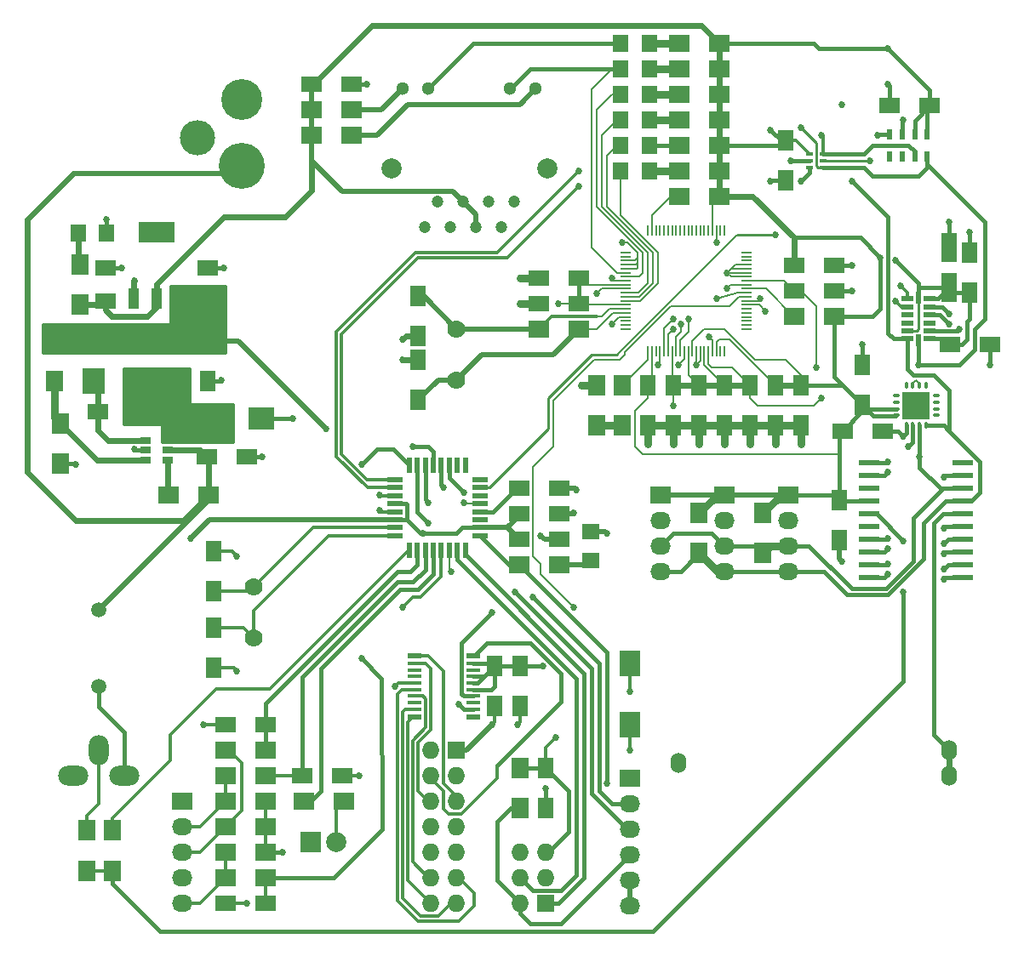
<source format=gtl>
G04 #@! TF.FileFunction,Copper,L1,Top,Signal*
%FSLAX46Y46*%
G04 Gerber Fmt 4.6, Leading zero omitted, Abs format (unit mm)*
G04 Created by KiCad (PCBNEW 4.0.2-stable) date 5/28/2016 11:57:46 PM*
%MOMM*%
G01*
G04 APERTURE LIST*
%ADD10C,0.127000*%
%ADD11R,0.230000X1.000000*%
%ADD12R,1.000000X0.230000*%
%ADD13R,0.600000X1.100000*%
%ADD14O,1.998980X2.999740*%
%ADD15O,2.999740X1.998980*%
%ADD16R,2.000000X2.000000*%
%ADD17C,2.000000*%
%ADD18O,1.524000X2.032000*%
%ADD19R,1.600000X2.000000*%
%ADD20R,2.032000X1.524000*%
%ADD21R,2.032000X1.727200*%
%ADD22O,2.032000X1.727200*%
%ADD23R,1.727200X1.727200*%
%ADD24O,1.727200X1.727200*%
%ADD25R,1.700000X2.000000*%
%ADD26R,2.000000X1.700000*%
%ADD27R,3.657600X2.032000*%
%ADD28R,1.016000X2.032000*%
%ADD29R,2.000000X0.600000*%
%ADD30R,1.350000X0.600000*%
%ADD31R,1.350000X0.400000*%
%ADD32C,1.500000*%
%ADD33R,2.000000X1.600000*%
%ADD34R,1.501140X2.999740*%
%ADD35R,6.300000X2.200000*%
%ADD36O,0.350000X0.800000*%
%ADD37O,0.800000X0.350000*%
%ADD38R,1.350000X1.350000*%
%ADD39R,0.550000X1.145000*%
%ADD40R,1.145000X0.550000*%
%ADD41R,1.060000X0.650000*%
%ADD42R,1.800860X1.597660*%
%ADD43R,1.597660X1.800860*%
%ADD44R,1.600000X0.550000*%
%ADD45R,0.550000X1.600000*%
%ADD46R,2.000000X2.500000*%
%ADD47C,1.778000*%
%ADD48C,1.200000*%
%ADD49C,1.300000*%
%ADD50R,0.800000X0.400000*%
%ADD51R,2.301240X2.499360*%
%ADD52R,2.499360X2.301240*%
%ADD53O,4.572000X4.572000*%
%ADD54O,4.064000X4.064000*%
%ADD55O,3.500120X3.500120*%
%ADD56C,0.685800*%
%ADD57C,0.600000*%
%ADD58C,0.400000*%
%ADD59C,0.200000*%
%ADD60C,0.500000*%
%ADD61C,0.300000*%
%ADD62C,0.800000*%
%ADD63C,0.250000*%
%ADD64C,0.254000*%
G04 APERTURE END LIST*
D10*
D11*
X104150000Y-113950000D03*
X104550000Y-113950000D03*
X104950000Y-113950000D03*
X105350000Y-113950000D03*
X105750000Y-113950000D03*
X106150000Y-113950000D03*
X106550000Y-113950000D03*
X106950000Y-113950000D03*
X107350000Y-113950000D03*
X107750000Y-113950000D03*
X108150000Y-113950000D03*
X108550000Y-113950000D03*
X108950000Y-113950000D03*
X109350000Y-113950000D03*
X109750000Y-113950000D03*
X110150000Y-113950000D03*
X110550000Y-113950000D03*
X110950000Y-113950000D03*
X111350000Y-113950000D03*
X111750000Y-113950000D03*
D12*
X113950000Y-111750000D03*
X113950000Y-111350000D03*
X113950000Y-110950000D03*
X113950000Y-110550000D03*
X113950000Y-110150000D03*
X113950000Y-109750000D03*
X113950000Y-109350000D03*
X113950000Y-108950000D03*
X113950000Y-108550000D03*
X113950000Y-108150000D03*
X113950000Y-107750000D03*
X113950000Y-107350000D03*
X113950000Y-106950000D03*
X113950000Y-106550000D03*
X113950000Y-106150000D03*
X113950000Y-105750000D03*
X113950000Y-105350000D03*
X113950000Y-104950000D03*
X113950000Y-104550000D03*
X113950000Y-104150000D03*
D11*
X111750000Y-101950000D03*
X111350000Y-101950000D03*
X110950000Y-101950000D03*
X110550000Y-101950000D03*
X110150000Y-101950000D03*
X109750000Y-101950000D03*
X109350000Y-101950000D03*
X108950000Y-101950000D03*
X108550000Y-101950000D03*
X108150000Y-101950000D03*
X107750000Y-101950000D03*
X107350000Y-101950000D03*
X106950000Y-101950000D03*
X106550000Y-101950000D03*
X106150000Y-101950000D03*
X105750000Y-101950000D03*
X105350000Y-101950000D03*
X104950000Y-101950000D03*
X104550000Y-101950000D03*
X104150000Y-101950000D03*
D12*
X101950000Y-104150000D03*
X101950000Y-104550000D03*
X101950000Y-104950000D03*
X101950000Y-105350000D03*
X101950000Y-105750000D03*
X101950000Y-106150000D03*
X101950000Y-106550000D03*
X101950000Y-106950000D03*
X101950000Y-107350000D03*
X101950000Y-107750000D03*
X101950000Y-108150000D03*
X101950000Y-108550000D03*
X101950000Y-108950000D03*
X101950000Y-109350000D03*
X101950000Y-109750000D03*
X101950000Y-110150000D03*
X101950000Y-110550000D03*
X101950000Y-110950000D03*
X101950000Y-111350000D03*
X101950000Y-111750000D03*
D13*
X131923000Y-94572000D03*
X131923000Y-92372000D03*
X130673000Y-94572000D03*
X130673000Y-92372000D03*
X129423000Y-94572000D03*
X129423000Y-92372000D03*
X128173000Y-94572000D03*
X128173000Y-92372000D03*
D14*
X49530000Y-153670000D03*
D15*
X46990000Y-156210000D03*
X52070000Y-156210000D03*
D16*
X70612000Y-162814000D03*
D17*
X73152000Y-162814000D03*
D18*
X134099300Y-153670000D03*
X107200700Y-154940000D03*
X134099300Y-156210000D03*
D19*
X123190000Y-128810000D03*
X123190000Y-132810000D03*
D20*
X60325000Y-108966000D03*
X60325000Y-105664000D03*
X50165000Y-108966000D03*
X50165000Y-105664000D03*
D19*
X91440000Y-149320000D03*
X91440000Y-145320000D03*
X88900000Y-149320000D03*
X88900000Y-145320000D03*
D21*
X118110000Y-128270000D03*
D22*
X118110000Y-130810000D03*
X118110000Y-133350000D03*
X118110000Y-135890000D03*
D21*
X105410000Y-128270000D03*
D22*
X105410000Y-130810000D03*
X105410000Y-133350000D03*
X105410000Y-135890000D03*
D21*
X111760000Y-128270000D03*
D22*
X111760000Y-130810000D03*
X111760000Y-133350000D03*
X111760000Y-135890000D03*
D23*
X85090000Y-153670000D03*
D24*
X82550000Y-153670000D03*
X85090000Y-156210000D03*
X82550000Y-156210000D03*
X85090000Y-158750000D03*
X82550000Y-158750000D03*
X85090000Y-161290000D03*
X82550000Y-161290000D03*
X85090000Y-163830000D03*
X82550000Y-163830000D03*
X85090000Y-166370000D03*
X82550000Y-166370000D03*
X85090000Y-168910000D03*
X82550000Y-168910000D03*
D25*
X50880000Y-161670000D03*
X50880000Y-165670000D03*
D26*
X69882000Y-158750000D03*
X73882000Y-158750000D03*
D25*
X48340000Y-161670000D03*
X48340000Y-165670000D03*
D27*
X55245000Y-102108000D03*
D28*
X55245000Y-108712000D03*
X57531000Y-108712000D03*
X52959000Y-108712000D03*
D29*
X135460000Y-125095000D03*
X126160000Y-125095000D03*
X135460000Y-126365000D03*
X126160000Y-126365000D03*
X135460000Y-127635000D03*
X126160000Y-127635000D03*
X135460000Y-128905000D03*
X126160000Y-128905000D03*
X135460000Y-130175000D03*
X126160000Y-130175000D03*
X135460000Y-131445000D03*
X126160000Y-131445000D03*
X135460000Y-132715000D03*
X126160000Y-132715000D03*
X135460000Y-133985000D03*
X126160000Y-133985000D03*
X135460000Y-135255000D03*
X126160000Y-135255000D03*
X135460000Y-136525000D03*
X126160000Y-136525000D03*
D30*
X80895000Y-150345000D03*
X86745000Y-150345000D03*
D31*
X80895000Y-149595000D03*
X86745000Y-149595000D03*
X80895000Y-148945000D03*
X86745000Y-148945000D03*
X80895000Y-148295000D03*
X86745000Y-148295000D03*
X80895000Y-147645000D03*
X86745000Y-147645000D03*
X80895000Y-146995000D03*
X86745000Y-146995000D03*
X80895000Y-146345000D03*
X86745000Y-146345000D03*
X80895000Y-145695000D03*
X86745000Y-145695000D03*
X80895000Y-145045000D03*
X86745000Y-145045000D03*
D30*
X80895000Y-144295000D03*
X86745000Y-144295000D03*
D32*
X49530000Y-147310000D03*
X49530000Y-139710000D03*
D26*
X62135000Y-153670000D03*
X66135000Y-153670000D03*
D33*
X123476000Y-121920000D03*
X127476000Y-121920000D03*
D34*
X134112000Y-103665020D03*
X134112000Y-107662980D03*
D33*
X134144000Y-113284000D03*
X138144000Y-113284000D03*
X91345000Y-130175000D03*
X95345000Y-130175000D03*
D19*
X136144000Y-108172000D03*
X136144000Y-104172000D03*
D33*
X91345000Y-132715000D03*
X95345000Y-132715000D03*
X91345000Y-127635000D03*
X95345000Y-127635000D03*
D19*
X125476000Y-115348000D03*
X125476000Y-119348000D03*
X60960000Y-133890000D03*
X60960000Y-137890000D03*
X60960000Y-145510000D03*
X60960000Y-141510000D03*
X93980000Y-159480000D03*
X93980000Y-155480000D03*
D33*
X60230000Y-124460000D03*
X64230000Y-124460000D03*
X49435000Y-120015000D03*
X53435000Y-120015000D03*
D19*
X60325000Y-112935000D03*
X60325000Y-116935000D03*
D33*
X132175000Y-89535000D03*
X128175000Y-89535000D03*
D35*
X55245000Y-116985000D03*
X55245000Y-112885000D03*
D26*
X91345000Y-135255000D03*
X95345000Y-135255000D03*
D25*
X91440000Y-159480000D03*
X91440000Y-155480000D03*
D26*
X60420000Y-128270000D03*
X56420000Y-128270000D03*
D25*
X45720000Y-121190000D03*
X45720000Y-125190000D03*
X47625000Y-109315000D03*
X47625000Y-105315000D03*
X45085000Y-112935000D03*
X45085000Y-116935000D03*
D36*
X129835000Y-121380000D03*
X130485000Y-121380000D03*
X131135000Y-121380000D03*
X131785000Y-121380000D03*
D37*
X132810000Y-120355000D03*
X132810000Y-119705000D03*
X132810000Y-119055000D03*
X132810000Y-118405000D03*
D36*
X131785000Y-117380000D03*
X131135000Y-117380000D03*
X130485000Y-117380000D03*
X129835000Y-117380000D03*
D37*
X128810000Y-118405000D03*
X128810000Y-119055000D03*
X128810000Y-119705000D03*
X128810000Y-120355000D03*
D38*
X131485000Y-118705000D03*
X130135000Y-118705000D03*
X131485000Y-120055000D03*
X130135000Y-120055000D03*
D39*
X131064000Y-112841500D03*
X131064000Y-108646500D03*
D40*
X129966500Y-112744000D03*
X132161500Y-112744000D03*
X129966500Y-111944000D03*
X132161500Y-111944000D03*
X129966500Y-111144000D03*
X132161500Y-111144000D03*
X129966500Y-110344000D03*
X132161500Y-110344000D03*
X129966500Y-109544000D03*
X132161500Y-109544000D03*
X129966500Y-108744000D03*
X132161500Y-108744000D03*
D41*
X54145000Y-122875000D03*
X54145000Y-123825000D03*
X54145000Y-124775000D03*
X56345000Y-124775000D03*
X56345000Y-122875000D03*
X56345000Y-123825000D03*
D42*
X98425000Y-134769860D03*
X98425000Y-131930140D03*
D43*
X47475140Y-102235000D03*
X50314860Y-102235000D03*
D44*
X78935000Y-126740000D03*
X78935000Y-127540000D03*
X78935000Y-128340000D03*
X78935000Y-129140000D03*
X78935000Y-129940000D03*
X78935000Y-130740000D03*
X78935000Y-131540000D03*
X78935000Y-132340000D03*
D45*
X80385000Y-133790000D03*
X81185000Y-133790000D03*
X81985000Y-133790000D03*
X82785000Y-133790000D03*
X83585000Y-133790000D03*
X84385000Y-133790000D03*
X85185000Y-133790000D03*
X85985000Y-133790000D03*
D44*
X87435000Y-132340000D03*
X87435000Y-131540000D03*
X87435000Y-130740000D03*
X87435000Y-129940000D03*
X87435000Y-129140000D03*
X87435000Y-128340000D03*
X87435000Y-127540000D03*
X87435000Y-126740000D03*
D45*
X85985000Y-125290000D03*
X85185000Y-125290000D03*
X84385000Y-125290000D03*
X83585000Y-125290000D03*
X82785000Y-125290000D03*
X81985000Y-125290000D03*
X81185000Y-125290000D03*
X80385000Y-125290000D03*
D46*
X102362000Y-145007000D03*
X102362000Y-151157000D03*
D47*
X64920000Y-137460000D03*
X64920000Y-142540000D03*
D21*
X102362000Y-156464000D03*
D22*
X102362000Y-159004000D03*
X102362000Y-161544000D03*
X102362000Y-164084000D03*
X102362000Y-166624000D03*
X102362000Y-169164000D03*
D33*
X66135000Y-151130000D03*
X62135000Y-151130000D03*
X69755000Y-156210000D03*
X73755000Y-156210000D03*
X66135000Y-168910000D03*
X62135000Y-168910000D03*
D26*
X62135000Y-161290000D03*
X66135000Y-161290000D03*
X62135000Y-158750000D03*
X66135000Y-158750000D03*
X62135000Y-156210000D03*
X66135000Y-156210000D03*
X62135000Y-163830000D03*
X66135000Y-163830000D03*
X62135000Y-166370000D03*
X66135000Y-166370000D03*
D21*
X57785000Y-158750000D03*
D22*
X57785000Y-161290000D03*
X57785000Y-163830000D03*
X57785000Y-166370000D03*
X57785000Y-168910000D03*
D19*
X81280000Y-108490000D03*
X81280000Y-112490000D03*
X81280000Y-118840000D03*
X81280000Y-114840000D03*
X114300000Y-117380000D03*
X114300000Y-121380000D03*
X111760000Y-117380000D03*
X111760000Y-121380000D03*
X109220000Y-117380000D03*
X109220000Y-121380000D03*
D33*
X70644000Y-87376000D03*
X74644000Y-87376000D03*
X118650000Y-107950000D03*
X122650000Y-107950000D03*
X97250000Y-106680000D03*
X93250000Y-106680000D03*
D19*
X106680000Y-117380000D03*
X106680000Y-121380000D03*
D33*
X97250000Y-109220000D03*
X93250000Y-109220000D03*
D19*
X116840000Y-117380000D03*
X116840000Y-121380000D03*
X104140000Y-117380000D03*
X104140000Y-121380000D03*
X119380000Y-117380000D03*
X119380000Y-121380000D03*
D33*
X118650000Y-105410000D03*
X122650000Y-105410000D03*
D43*
X104289860Y-96012000D03*
X101450140Y-96012000D03*
X104289860Y-93472000D03*
X101450140Y-93472000D03*
X104289860Y-90932000D03*
X101450140Y-90932000D03*
X104289860Y-83312000D03*
X101450140Y-83312000D03*
X104289860Y-88392000D03*
X101450140Y-88392000D03*
X104289860Y-85852000D03*
X101450140Y-85852000D03*
D17*
X94105000Y-95760000D03*
X78615000Y-95760000D03*
D48*
X86995000Y-101600000D03*
X84455000Y-101600000D03*
X81915000Y-101600000D03*
X89535000Y-101600000D03*
X90805000Y-99060000D03*
X88265000Y-99060000D03*
X85725000Y-99060000D03*
X83185000Y-99060000D03*
D49*
X79735000Y-87810000D03*
X82275000Y-87810000D03*
X92985000Y-87810000D03*
X90445000Y-87810000D03*
D23*
X93980000Y-168910000D03*
D24*
X91440000Y-168910000D03*
X93980000Y-166370000D03*
X91440000Y-166370000D03*
X93980000Y-163830000D03*
X91440000Y-163830000D03*
D25*
X101600000Y-121380000D03*
X101600000Y-117380000D03*
D26*
X111220000Y-98552000D03*
X107220000Y-98552000D03*
X122650000Y-110490000D03*
X118650000Y-110490000D03*
X93250000Y-111760000D03*
X97250000Y-111760000D03*
D25*
X99060000Y-117380000D03*
X99060000Y-121380000D03*
D26*
X107220000Y-96012000D03*
X111220000Y-96012000D03*
X107220000Y-93472000D03*
X111220000Y-93472000D03*
X107220000Y-90932000D03*
X111220000Y-90932000D03*
X107220000Y-83312000D03*
X111220000Y-83312000D03*
X107220000Y-88392000D03*
X111220000Y-88392000D03*
X107220000Y-85852000D03*
X111220000Y-85852000D03*
X74644000Y-89916000D03*
X70644000Y-89916000D03*
X74644000Y-92456000D03*
X70644000Y-92456000D03*
D25*
X109220000Y-130080000D03*
X109220000Y-134080000D03*
X115570000Y-130080000D03*
X115570000Y-134080000D03*
D47*
X85090000Y-111760000D03*
X85090000Y-116840000D03*
D19*
X117856000Y-92996000D03*
X117856000Y-96996000D03*
D50*
X121604000Y-94346000D03*
X120204000Y-94346000D03*
X121604000Y-94996000D03*
X120204000Y-94996000D03*
X121604000Y-95646000D03*
X120204000Y-95646000D03*
D51*
X49022000Y-116956840D03*
X49022000Y-112659160D03*
D52*
X61351160Y-120650000D03*
X65648840Y-120650000D03*
D53*
X63754000Y-95504000D03*
D54*
X63754000Y-88900000D03*
D55*
X59309000Y-92710000D03*
D56*
X101600000Y-103124000D03*
X88646000Y-151130000D03*
X53086000Y-106934000D03*
X102362000Y-147828000D03*
X85852000Y-129032000D03*
X123444000Y-134874000D03*
X110236000Y-112522000D03*
X108966000Y-115316000D03*
X107188000Y-115316000D03*
X124460000Y-107950000D03*
X124460000Y-105410000D03*
X61722000Y-116840000D03*
X53086000Y-123698000D03*
X47244000Y-125222000D03*
X50292000Y-100838000D03*
X51816000Y-105664000D03*
X61976000Y-105664000D03*
X68834000Y-120650000D03*
X65786000Y-124460000D03*
X105156000Y-115316000D03*
X77470000Y-129794000D03*
X77470000Y-128270000D03*
X100076000Y-132080000D03*
X93472000Y-132334000D03*
X96774000Y-130048000D03*
X97028000Y-127762000D03*
X63246000Y-134366000D03*
X63246000Y-145796000D03*
X59944000Y-151130000D03*
X64262000Y-168910000D03*
X75438000Y-156210000D03*
X91186000Y-151130000D03*
X78994000Y-147320000D03*
X100584000Y-111252000D03*
X100584000Y-106680000D03*
X112014000Y-107696000D03*
X112014000Y-106172000D03*
X110998000Y-103124000D03*
X76200000Y-87376000D03*
X79756000Y-112776000D03*
X79756000Y-114808000D03*
X129540000Y-90932000D03*
X127000000Y-92456000D03*
X118364000Y-94996000D03*
X116332000Y-97028000D03*
X119380000Y-97028000D03*
X128016000Y-87376000D03*
X135128000Y-111760000D03*
X134112000Y-111252000D03*
X134112000Y-110236000D03*
X138176000Y-115316000D03*
X136144000Y-102108000D03*
X134112000Y-101092000D03*
X125476000Y-113284000D03*
X129540000Y-122428000D03*
X130048000Y-123444000D03*
X133604000Y-126492000D03*
X133604000Y-131572000D03*
X133604000Y-133096000D03*
X133604000Y-134112000D03*
X133604000Y-135636000D03*
X133604000Y-136652000D03*
X128016000Y-136144000D03*
X128016000Y-135128000D03*
X128016000Y-133604000D03*
X128016000Y-132588000D03*
X128016000Y-125984000D03*
X128016000Y-124968000D03*
X123444000Y-89408000D03*
X97536000Y-117348000D03*
X91440000Y-109220000D03*
X91440000Y-106680000D03*
X104140000Y-123190000D03*
X106680000Y-123190000D03*
X109220000Y-123190000D03*
X111760000Y-123190000D03*
X114300000Y-123190000D03*
X116840000Y-123190000D03*
X119380000Y-123190000D03*
X81788000Y-132080000D03*
X58674000Y-132588000D03*
X127254000Y-104648000D03*
X128778000Y-104902000D03*
X67818000Y-163830000D03*
X93726000Y-145288000D03*
X128016000Y-83820000D03*
X116332000Y-91948000D03*
X72136000Y-121666000D03*
X85344000Y-149098000D03*
X119380000Y-91694000D03*
X131135000Y-124460000D03*
X131064000Y-115316000D03*
X105410000Y-133350000D03*
X83820000Y-127508000D03*
X88646000Y-139954000D03*
X124460000Y-97028000D03*
X85852000Y-128016000D03*
X121412000Y-92456000D03*
X129540000Y-132842000D03*
X129540000Y-137922000D03*
X97282000Y-97536000D03*
X128778000Y-108966000D03*
X75692000Y-125222000D03*
X75692000Y-144526000D03*
X110998000Y-108712000D03*
X100076000Y-156972000D03*
X97282000Y-96012000D03*
X129286000Y-107442000D03*
X90932000Y-137922000D03*
X82296000Y-129032000D03*
X82296000Y-131064000D03*
X92710000Y-138430000D03*
X93980000Y-157480000D03*
X96774000Y-139446000D03*
X84582000Y-135890000D03*
X115316000Y-108712000D03*
X115824000Y-109982000D03*
X102362000Y-153670000D03*
X94996000Y-152400000D03*
X80772000Y-123444000D03*
X121412000Y-118618000D03*
X120904000Y-115570000D03*
X95250000Y-109220000D03*
X106680000Y-119380000D03*
X99060000Y-108204000D03*
X106680000Y-111760000D03*
X108204000Y-110744000D03*
X107442000Y-111252000D03*
X106680000Y-110744000D03*
X79756000Y-139446000D03*
X126238000Y-94996000D03*
X116840000Y-102362000D03*
D57*
X134099300Y-156210000D02*
X134099300Y-153670000D01*
D58*
X135460000Y-130175000D02*
X133477000Y-130175000D01*
X132588000Y-152158700D02*
X134099300Y-153670000D01*
X132588000Y-131064000D02*
X132588000Y-152158700D01*
X133477000Y-130175000D02*
X132588000Y-131064000D01*
D59*
X101950000Y-105750000D02*
X103038000Y-105750000D01*
X103124000Y-105664000D02*
X103124000Y-105156000D01*
X103038000Y-105750000D02*
X103124000Y-105664000D01*
X101950000Y-105350000D02*
X102930000Y-105350000D01*
X103124000Y-105156000D02*
X103124000Y-104648000D01*
X102930000Y-105350000D02*
X103124000Y-105156000D01*
X101950000Y-104950000D02*
X102822000Y-104950000D01*
X102108000Y-103124000D02*
X101600000Y-103124000D01*
X103124000Y-104140000D02*
X102108000Y-103124000D01*
X103124000Y-104648000D02*
X103124000Y-104140000D01*
X102822000Y-104950000D02*
X103124000Y-104648000D01*
D60*
X85090000Y-153670000D02*
X86106000Y-153670000D01*
D61*
X88900000Y-150876000D02*
X88646000Y-151130000D01*
X88900000Y-150876000D02*
X88900000Y-149320000D01*
D60*
X86106000Y-153670000D02*
X88646000Y-151130000D01*
X102362000Y-166624000D02*
X102362000Y-169164000D01*
D57*
X52959000Y-108712000D02*
X52959000Y-107061000D01*
X52959000Y-107061000D02*
X53086000Y-106934000D01*
D61*
X102362000Y-145007000D02*
X102362000Y-147828000D01*
D59*
X87435000Y-129140000D02*
X85960000Y-129140000D01*
X85960000Y-129140000D02*
X85852000Y-129032000D01*
D60*
X123190000Y-132810000D02*
X123190000Y-134620000D01*
X123190000Y-134620000D02*
X123444000Y-134874000D01*
D59*
X110550000Y-113950000D02*
X110550000Y-112836000D01*
X110550000Y-112836000D02*
X110236000Y-112522000D01*
X109350000Y-113950000D02*
X109350000Y-114932000D01*
X108950000Y-115300000D02*
X108966000Y-115316000D01*
X108950000Y-115300000D02*
X108950000Y-113950000D01*
X109350000Y-114932000D02*
X108966000Y-115316000D01*
X107750000Y-113950000D02*
X107750000Y-114754000D01*
X107750000Y-114754000D02*
X107188000Y-115316000D01*
D58*
X122650000Y-107950000D02*
X124460000Y-107950000D01*
X122650000Y-105410000D02*
X124460000Y-105410000D01*
X60325000Y-116935000D02*
X61627000Y-116935000D01*
X61627000Y-116935000D02*
X61722000Y-116840000D01*
X54145000Y-123825000D02*
X53213000Y-123825000D01*
X53213000Y-123825000D02*
X53086000Y-123698000D01*
X45720000Y-125190000D02*
X47212000Y-125190000D01*
X47212000Y-125190000D02*
X47244000Y-125222000D01*
X50314860Y-102235000D02*
X50314860Y-100860860D01*
X50314860Y-100860860D02*
X50292000Y-100838000D01*
X50165000Y-105664000D02*
X51816000Y-105664000D01*
X60325000Y-105664000D02*
X61976000Y-105664000D01*
X66400680Y-120650000D02*
X68834000Y-120650000D01*
X64230000Y-124460000D02*
X65786000Y-124460000D01*
D59*
X105350000Y-113950000D02*
X105350000Y-115122000D01*
X105350000Y-115122000D02*
X105156000Y-115316000D01*
D61*
X78935000Y-129940000D02*
X77616000Y-129940000D01*
X77616000Y-129940000D02*
X77470000Y-129794000D01*
X78935000Y-128340000D02*
X77540000Y-128340000D01*
X77540000Y-128340000D02*
X77470000Y-128270000D01*
D60*
X98425000Y-131930140D02*
X99926140Y-131930140D01*
X99926140Y-131930140D02*
X100076000Y-132080000D01*
X95345000Y-132715000D02*
X93853000Y-132715000D01*
X93853000Y-132715000D02*
X93472000Y-132334000D01*
X95345000Y-130175000D02*
X96647000Y-130175000D01*
X96647000Y-130175000D02*
X96774000Y-130048000D01*
X95345000Y-127635000D02*
X96901000Y-127635000D01*
X96901000Y-127635000D02*
X97028000Y-127762000D01*
D61*
X60960000Y-133890000D02*
X62770000Y-133890000D01*
X62770000Y-133890000D02*
X63246000Y-134366000D01*
X60960000Y-145510000D02*
X62960000Y-145510000D01*
X62960000Y-145510000D02*
X63246000Y-145796000D01*
X62135000Y-151130000D02*
X59944000Y-151130000D01*
X62135000Y-168910000D02*
X64262000Y-168910000D01*
X73755000Y-156210000D02*
X75438000Y-156210000D01*
X91440000Y-149320000D02*
X91440000Y-150876000D01*
X91440000Y-150876000D02*
X91186000Y-151130000D01*
X80895000Y-146995000D02*
X79319000Y-146995000D01*
X79319000Y-146995000D02*
X78994000Y-147320000D01*
D59*
X101950000Y-110550000D02*
X101286000Y-110550000D01*
X101286000Y-110550000D02*
X100584000Y-111252000D01*
X101950000Y-106950000D02*
X100854000Y-106950000D01*
X100854000Y-106950000D02*
X100584000Y-106680000D01*
X113950000Y-107350000D02*
X112360000Y-107350000D01*
X112360000Y-107350000D02*
X112014000Y-107696000D01*
X113950000Y-106550000D02*
X112392000Y-106550000D01*
X112392000Y-106550000D02*
X112014000Y-106172000D01*
X113950000Y-106150000D02*
X112036000Y-106150000D01*
X112036000Y-106150000D02*
X112014000Y-106172000D01*
X113950000Y-105750000D02*
X112436000Y-105750000D01*
X112836000Y-105350000D02*
X112014000Y-106172000D01*
X112836000Y-105350000D02*
X113950000Y-105350000D01*
X112436000Y-105750000D02*
X112014000Y-106172000D01*
X110950000Y-101950000D02*
X110950000Y-103076000D01*
X110950000Y-103076000D02*
X110998000Y-103124000D01*
D58*
X74644000Y-87376000D02*
X76200000Y-87376000D01*
D57*
X81280000Y-112490000D02*
X80042000Y-112490000D01*
X80042000Y-112490000D02*
X79756000Y-112776000D01*
X81280000Y-114840000D02*
X79788000Y-114840000D01*
X79788000Y-114840000D02*
X79756000Y-114808000D01*
D58*
X129423000Y-92372000D02*
X129423000Y-91049000D01*
X129423000Y-91049000D02*
X129540000Y-90932000D01*
X128173000Y-92372000D02*
X127084000Y-92372000D01*
X127084000Y-92372000D02*
X127000000Y-92456000D01*
X120204000Y-94996000D02*
X118364000Y-94996000D01*
X117856000Y-96996000D02*
X116364000Y-96996000D01*
X116364000Y-96996000D02*
X116332000Y-97028000D01*
X120204000Y-95646000D02*
X120204000Y-96204000D01*
X120204000Y-96204000D02*
X119380000Y-97028000D01*
X128175000Y-89535000D02*
X128175000Y-87535000D01*
X128175000Y-87535000D02*
X128016000Y-87376000D01*
X132161500Y-111944000D02*
X134944000Y-111944000D01*
X134944000Y-111944000D02*
X135128000Y-111760000D01*
X132161500Y-110344000D02*
X133204000Y-110344000D01*
X133204000Y-110344000D02*
X134112000Y-111252000D01*
X132161500Y-109544000D02*
X133420000Y-109544000D01*
X133420000Y-109544000D02*
X134112000Y-110236000D01*
X138144000Y-113284000D02*
X138176000Y-113316000D01*
X138176000Y-113316000D02*
X138176000Y-115316000D01*
X136144000Y-104172000D02*
X136144000Y-102108000D01*
X134112000Y-103665020D02*
X134112000Y-101092000D01*
X125476000Y-115348000D02*
X125476000Y-113284000D01*
X127476000Y-121920000D02*
X129032000Y-121920000D01*
X129835000Y-122133000D02*
X129540000Y-122428000D01*
X129835000Y-122133000D02*
X129835000Y-121380000D01*
X129032000Y-121920000D02*
X129540000Y-122428000D01*
X130485000Y-121380000D02*
X130485000Y-123007000D01*
X130485000Y-123007000D02*
X130048000Y-123444000D01*
X135460000Y-126365000D02*
X133731000Y-126365000D01*
X133731000Y-126365000D02*
X133604000Y-126492000D01*
X135460000Y-131445000D02*
X133731000Y-131445000D01*
X133731000Y-131445000D02*
X133604000Y-131572000D01*
X135460000Y-132715000D02*
X133985000Y-132715000D01*
X133985000Y-132715000D02*
X133604000Y-133096000D01*
X135460000Y-133985000D02*
X133731000Y-133985000D01*
X133731000Y-133985000D02*
X133604000Y-134112000D01*
X135460000Y-135255000D02*
X133985000Y-135255000D01*
X133985000Y-135255000D02*
X133604000Y-135636000D01*
X135460000Y-136525000D02*
X133731000Y-136525000D01*
X133731000Y-136525000D02*
X133604000Y-136652000D01*
X126160000Y-136525000D02*
X127635000Y-136525000D01*
X127635000Y-136525000D02*
X128016000Y-136144000D01*
X126160000Y-135255000D02*
X127889000Y-135255000D01*
X127889000Y-135255000D02*
X128016000Y-135128000D01*
X126160000Y-133985000D02*
X127635000Y-133985000D01*
X127635000Y-133985000D02*
X128016000Y-133604000D01*
X126160000Y-132715000D02*
X127889000Y-132715000D01*
X127889000Y-132715000D02*
X128016000Y-132588000D01*
X126160000Y-126365000D02*
X127635000Y-126365000D01*
X127635000Y-126365000D02*
X128016000Y-125984000D01*
X126160000Y-125095000D02*
X127889000Y-125095000D01*
X127889000Y-125095000D02*
X128016000Y-124968000D01*
D62*
X99060000Y-117380000D02*
X97568000Y-117380000D01*
X97568000Y-117380000D02*
X97536000Y-117348000D01*
X93250000Y-109220000D02*
X91440000Y-109220000D01*
X93250000Y-106680000D02*
X91440000Y-106680000D01*
X104140000Y-121380000D02*
X104140000Y-123190000D01*
X106680000Y-121380000D02*
X106680000Y-123190000D01*
X109220000Y-121380000D02*
X109220000Y-123190000D01*
X111760000Y-121380000D02*
X111760000Y-123190000D01*
X114300000Y-121380000D02*
X114300000Y-123190000D01*
X116840000Y-121380000D02*
X116840000Y-123190000D01*
X119380000Y-121380000D02*
X119380000Y-123190000D01*
X116840000Y-121380000D02*
X119380000Y-121380000D01*
X114300000Y-121380000D02*
X116840000Y-121380000D01*
X111760000Y-121380000D02*
X114300000Y-121380000D01*
X109220000Y-121380000D02*
X111760000Y-121380000D01*
X106680000Y-121380000D02*
X109220000Y-121380000D01*
X104140000Y-121380000D02*
X106680000Y-121380000D01*
D60*
X46990000Y-96266000D02*
X62992000Y-96266000D01*
X62992000Y-96266000D02*
X63754000Y-95504000D01*
D57*
X60420000Y-128270000D02*
X60420000Y-124650000D01*
X60420000Y-124650000D02*
X60230000Y-124460000D01*
X57880000Y-130810000D02*
X60420000Y-128270000D01*
X47244000Y-130810000D02*
X57880000Y-130810000D01*
X42418000Y-125984000D02*
X47244000Y-130810000D01*
X42418000Y-100838000D02*
X42418000Y-125984000D01*
X46990000Y-96266000D02*
X42418000Y-100838000D01*
X56345000Y-123825000D02*
X59595000Y-123825000D01*
X59595000Y-123825000D02*
X60230000Y-124460000D01*
D61*
X60420000Y-128270000D02*
X60420000Y-128820000D01*
D60*
X60420000Y-128820000D02*
X49530000Y-139710000D01*
X78935000Y-130740000D02*
X60522000Y-130740000D01*
X60522000Y-130740000D02*
X58674000Y-132588000D01*
D57*
X50165000Y-108966000D02*
X50165000Y-109855000D01*
X54356000Y-110490000D02*
X55245000Y-109601000D01*
X50800000Y-110490000D02*
X54356000Y-110490000D01*
X50165000Y-109855000D02*
X50800000Y-110490000D01*
X55245000Y-109601000D02*
X55245000Y-108712000D01*
X50165000Y-108966000D02*
X50165000Y-108839000D01*
X47625000Y-109315000D02*
X49816000Y-109315000D01*
X49816000Y-109315000D02*
X50165000Y-108966000D01*
D60*
X111760000Y-128270000D02*
X118110000Y-128270000D01*
X105410000Y-128270000D02*
X111760000Y-128270000D01*
D58*
X111220000Y-83312000D02*
X120650000Y-83312000D01*
X121158000Y-83820000D02*
X128016000Y-83820000D01*
X120650000Y-83312000D02*
X121158000Y-83820000D01*
D59*
X104140000Y-117380000D02*
X104140000Y-118618000D01*
X103632000Y-124206000D02*
X123190000Y-124206000D01*
X102870000Y-123444000D02*
X103632000Y-124206000D01*
X102870000Y-119888000D02*
X102870000Y-123444000D01*
X104140000Y-118618000D02*
X102870000Y-119888000D01*
D58*
X119380000Y-117380000D02*
X123508000Y-117380000D01*
X123508000Y-117380000D02*
X125476000Y-119348000D01*
X123190000Y-128810000D02*
X123190000Y-124206000D01*
X123190000Y-124206000D02*
X123190000Y-122206000D01*
X123190000Y-122206000D02*
X123476000Y-121920000D01*
X131064000Y-107696000D02*
X131064000Y-107188000D01*
X128778000Y-104902000D02*
X131064000Y-107188000D01*
X122650000Y-110490000D02*
X122650000Y-116522000D01*
X122650000Y-116522000D02*
X125476000Y-119348000D01*
X136144000Y-108172000D02*
X136144000Y-110744000D01*
X135382000Y-113284000D02*
X134144000Y-113284000D01*
X135890000Y-112776000D02*
X135382000Y-113284000D01*
X135890000Y-110998000D02*
X135890000Y-112776000D01*
X136144000Y-110744000D02*
X135890000Y-110998000D01*
X118650000Y-102648000D02*
X125254000Y-102648000D01*
X125254000Y-102648000D02*
X127254000Y-104648000D01*
X126492000Y-110490000D02*
X122650000Y-110490000D01*
X127254000Y-104648000D02*
X127254000Y-109728000D01*
X127254000Y-109728000D02*
X126492000Y-110490000D01*
X78935000Y-129140000D02*
X80118000Y-129140000D01*
X80194000Y-129216000D02*
X80194000Y-130740000D01*
X80118000Y-129140000D02*
X80194000Y-129216000D01*
X78935000Y-130740000D02*
X80194000Y-130740000D01*
X85630000Y-131540000D02*
X87435000Y-131540000D01*
X81788000Y-132080000D02*
X85090000Y-132080000D01*
X85090000Y-132080000D02*
X85630000Y-131540000D01*
X81534000Y-132080000D02*
X81788000Y-132080000D01*
X80194000Y-130740000D02*
X81534000Y-132080000D01*
X66135000Y-163830000D02*
X67564000Y-163830000D01*
X67564000Y-163830000D02*
X67818000Y-163830000D01*
X88900000Y-145320000D02*
X91440000Y-145320000D01*
X91440000Y-145320000D02*
X93694000Y-145320000D01*
X93694000Y-145320000D02*
X93726000Y-145288000D01*
D60*
X91345000Y-130175000D02*
X91345000Y-130365000D01*
X91345000Y-130365000D02*
X90170000Y-131540000D01*
X87435000Y-131540000D02*
X90170000Y-131540000D01*
X90170000Y-131540000D02*
X91345000Y-132715000D01*
D58*
X91440000Y-168910000D02*
X91440000Y-169926000D01*
X91440000Y-169926000D02*
X92456000Y-170942000D01*
X92456000Y-170942000D02*
X95504000Y-170942000D01*
X95504000Y-170942000D02*
X102362000Y-164084000D01*
X91440000Y-159480000D02*
X90456000Y-159480000D01*
X90456000Y-159480000D02*
X89154000Y-160782000D01*
X89154000Y-160782000D02*
X89154000Y-166624000D01*
X89154000Y-166624000D02*
X91440000Y-168910000D01*
X86745000Y-147645000D02*
X88575000Y-147645000D01*
X88900000Y-147320000D02*
X88900000Y-145320000D01*
X88575000Y-147645000D02*
X88900000Y-147320000D01*
X86745000Y-146995000D02*
X87225000Y-146995000D01*
X87225000Y-146995000D02*
X88900000Y-145320000D01*
X86745000Y-146345000D02*
X87875000Y-146345000D01*
X87875000Y-146345000D02*
X88900000Y-145320000D01*
X86745000Y-145045000D02*
X88625000Y-145045000D01*
X88625000Y-145045000D02*
X88900000Y-145320000D01*
D61*
X66135000Y-161290000D02*
X66135000Y-158750000D01*
X66135000Y-163830000D02*
X66135000Y-161290000D01*
D57*
X119380000Y-117380000D02*
X116840000Y-117380000D01*
X70644000Y-87376000D02*
X70866000Y-87376000D01*
X70866000Y-87376000D02*
X76708000Y-81534000D01*
X109442000Y-81534000D02*
X111220000Y-83312000D01*
X76708000Y-81534000D02*
X109442000Y-81534000D01*
X111220000Y-83312000D02*
X111220000Y-85852000D01*
X111220000Y-85852000D02*
X111220000Y-88392000D01*
X111220000Y-93472000D02*
X111220000Y-90932000D01*
X111220000Y-96012000D02*
X111220000Y-93472000D01*
X111220000Y-98552000D02*
X111220000Y-96012000D01*
X111220000Y-90932000D02*
X111220000Y-88392000D01*
X111220000Y-98552000D02*
X114554000Y-98552000D01*
X118650000Y-102648000D02*
X118650000Y-105410000D01*
X114554000Y-98552000D02*
X118650000Y-102648000D01*
D59*
X110550000Y-101950000D02*
X110550000Y-99222000D01*
X110550000Y-99222000D02*
X111220000Y-98552000D01*
D60*
X85725000Y-99060000D02*
X86995000Y-100330000D01*
X86995000Y-100330000D02*
X86995000Y-101600000D01*
X70644000Y-94996000D02*
X73692000Y-98044000D01*
X84709000Y-98044000D02*
X85725000Y-99060000D01*
X82042000Y-98044000D02*
X84709000Y-98044000D01*
X81280000Y-98044000D02*
X82042000Y-98044000D01*
X73692000Y-98044000D02*
X81280000Y-98044000D01*
D59*
X110550000Y-96682000D02*
X111220000Y-96012000D01*
D58*
X132175000Y-87979000D02*
X132175000Y-89535000D01*
X128016000Y-83820000D02*
X132175000Y-87979000D01*
X111220000Y-93472000D02*
X117380000Y-93472000D01*
X117380000Y-93472000D02*
X117856000Y-92996000D01*
D57*
X55245000Y-108712000D02*
X55245000Y-107569000D01*
X55245000Y-107569000D02*
X55245000Y-107315000D01*
X70644000Y-98012000D02*
X70644000Y-94996000D01*
X68072000Y-100584000D02*
X70644000Y-98012000D01*
X61976000Y-100584000D02*
X68072000Y-100584000D01*
X55245000Y-107315000D02*
X61976000Y-100584000D01*
D58*
X131923000Y-92372000D02*
X131923000Y-89787000D01*
X131923000Y-89787000D02*
X132175000Y-89535000D01*
X130673000Y-92372000D02*
X130673000Y-91037000D01*
X130673000Y-91037000D02*
X132175000Y-89535000D01*
X117856000Y-92996000D02*
X117380000Y-92996000D01*
X117380000Y-92996000D02*
X116332000Y-91948000D01*
X132050000Y-89660000D02*
X132175000Y-89535000D01*
D63*
X129966500Y-111944000D02*
X130880000Y-111944000D01*
X131064000Y-111760000D02*
X131064000Y-108646500D01*
X130880000Y-111944000D02*
X131064000Y-111760000D01*
D58*
X131064000Y-108646500D02*
X131064000Y-107696000D01*
X131097020Y-107662980D02*
X134112000Y-107662980D01*
X131064000Y-107696000D02*
X131097020Y-107662980D01*
X136144000Y-108172000D02*
X134621020Y-108172000D01*
X134621020Y-108172000D02*
X134112000Y-107662980D01*
X132161500Y-108744000D02*
X133030980Y-108744000D01*
X133030980Y-108744000D02*
X134112000Y-107662980D01*
X132161500Y-112744000D02*
X133604000Y-112744000D01*
X133604000Y-112744000D02*
X134144000Y-113284000D01*
X128810000Y-120355000D02*
X128769000Y-120396000D01*
X128769000Y-120396000D02*
X126524000Y-120396000D01*
X126524000Y-120396000D02*
X125476000Y-119348000D01*
X125476000Y-119348000D02*
X125833000Y-119705000D01*
X125833000Y-119705000D02*
X128810000Y-119705000D01*
X123476000Y-121920000D02*
X125476000Y-119920000D01*
X125476000Y-119920000D02*
X125476000Y-119348000D01*
X125730000Y-119666000D02*
X125730000Y-118840000D01*
X125730000Y-118840000D02*
X125952000Y-118840000D01*
X123190000Y-128810000D02*
X123285000Y-128905000D01*
X123285000Y-128905000D02*
X126160000Y-128905000D01*
X118110000Y-128270000D02*
X122650000Y-128270000D01*
X122650000Y-128270000D02*
X123190000Y-128810000D01*
D60*
X70644000Y-92456000D02*
X70644000Y-94996000D01*
X70644000Y-89916000D02*
X70644000Y-92456000D01*
X70644000Y-87376000D02*
X70644000Y-89916000D01*
D61*
X117856000Y-92996000D02*
X118854000Y-92996000D01*
X118854000Y-92996000D02*
X120204000Y-94346000D01*
D59*
X119380000Y-117380000D02*
X119380000Y-116332000D01*
X108550000Y-112938000D02*
X108550000Y-113950000D01*
X109728000Y-111760000D02*
X108550000Y-112938000D01*
X111760000Y-111760000D02*
X109728000Y-111760000D01*
X114808000Y-114808000D02*
X111760000Y-111760000D01*
X117856000Y-114808000D02*
X114808000Y-114808000D01*
X119380000Y-116332000D02*
X117856000Y-114808000D01*
X110950000Y-113950000D02*
X110950000Y-113078000D01*
X110950000Y-113078000D02*
X111252000Y-112776000D01*
X111252000Y-112776000D02*
X112236000Y-112776000D01*
X112236000Y-112776000D02*
X116840000Y-117380000D01*
X104550000Y-113950000D02*
X104550000Y-116970000D01*
X104550000Y-116970000D02*
X104140000Y-117380000D01*
D62*
X109220000Y-130080000D02*
X111030000Y-128270000D01*
X111030000Y-128270000D02*
X111760000Y-128270000D01*
X115570000Y-130080000D02*
X117380000Y-128270000D01*
X117380000Y-128270000D02*
X118110000Y-128270000D01*
D60*
X63405000Y-112935000D02*
X60325000Y-112935000D01*
X72136000Y-121666000D02*
X63405000Y-112935000D01*
D61*
X73152000Y-162814000D02*
X73152000Y-159480000D01*
X73152000Y-159480000D02*
X73882000Y-158750000D01*
D58*
X86745000Y-149595000D02*
X85841000Y-149595000D01*
X85841000Y-149595000D02*
X85344000Y-149098000D01*
D63*
X121604000Y-95646000D02*
X121046000Y-95646000D01*
X120904000Y-93218000D02*
X119380000Y-91694000D01*
X120904000Y-95504000D02*
X120904000Y-93218000D01*
X121046000Y-95646000D02*
X120904000Y-95504000D01*
D58*
X86734000Y-149606000D02*
X86745000Y-149595000D01*
X131923000Y-94572000D02*
X131923000Y-95347000D01*
X135128000Y-115316000D02*
X131064000Y-115316000D01*
X136652000Y-113792000D02*
X135128000Y-115316000D01*
X136652000Y-111760000D02*
X136652000Y-113792000D01*
X137668000Y-110744000D02*
X136652000Y-111760000D01*
X137668000Y-101092000D02*
X137668000Y-110744000D01*
X131923000Y-95347000D02*
X137668000Y-101092000D01*
X121604000Y-95646000D02*
X125618000Y-95646000D01*
X131923000Y-95661000D02*
X131923000Y-94572000D01*
X131064000Y-96520000D02*
X131923000Y-95661000D01*
X126492000Y-96520000D02*
X131064000Y-96520000D01*
X125618000Y-95646000D02*
X126492000Y-96520000D01*
X131064000Y-112841500D02*
X131064000Y-115316000D01*
X133604000Y-127635000D02*
X133223000Y-127635000D01*
X131135000Y-125547000D02*
X131135000Y-124460000D01*
X131135000Y-124460000D02*
X131135000Y-121380000D01*
X133223000Y-127635000D02*
X131135000Y-125547000D01*
X118110000Y-133350000D02*
X120142000Y-133350000D01*
X133477000Y-127635000D02*
X133604000Y-127635000D01*
X133604000Y-127635000D02*
X135460000Y-127635000D01*
X130556000Y-130556000D02*
X133477000Y-127635000D01*
X130556000Y-134858180D02*
X130556000Y-130556000D01*
X127788182Y-137625998D02*
X130556000Y-134858180D01*
X124417998Y-137625998D02*
X127788182Y-137625998D01*
X120142000Y-133350000D02*
X124417998Y-137625998D01*
X111760000Y-133350000D02*
X114840000Y-133350000D01*
X114840000Y-133350000D02*
X115570000Y-134080000D01*
X105410000Y-133350000D02*
X106680000Y-132080000D01*
X106680000Y-132080000D02*
X110490000Y-132080000D01*
X110490000Y-132080000D02*
X111760000Y-133350000D01*
X83585000Y-125290000D02*
X83585000Y-127273000D01*
X83585000Y-127273000D02*
X83820000Y-127508000D01*
D62*
X115570000Y-134080000D02*
X116300000Y-133350000D01*
X116300000Y-133350000D02*
X118110000Y-133350000D01*
D58*
X86745000Y-148295000D02*
X85811000Y-148295000D01*
X85598000Y-143002000D02*
X88646000Y-139954000D01*
X85598000Y-148082000D02*
X85598000Y-143002000D01*
X85811000Y-148295000D02*
X85598000Y-148082000D01*
X129966500Y-112744000D02*
X128556000Y-112744000D01*
X128016000Y-100584000D02*
X124460000Y-97028000D01*
X128016000Y-112204000D02*
X128016000Y-100584000D01*
X128556000Y-112744000D02*
X128016000Y-112204000D01*
X121604000Y-94346000D02*
X125618000Y-94346000D01*
X130048000Y-93472000D02*
X130673000Y-94097000D01*
X126492000Y-93472000D02*
X130048000Y-93472000D01*
X125618000Y-94346000D02*
X126492000Y-93472000D01*
X130673000Y-94097000D02*
X130673000Y-94572000D01*
X129966500Y-112744000D02*
X129966500Y-115742500D01*
X134112000Y-117856000D02*
X134112000Y-121920000D01*
X132588000Y-116332000D02*
X134112000Y-117856000D01*
X130556000Y-116332000D02*
X132588000Y-116332000D01*
X129966500Y-115742500D02*
X130556000Y-116332000D01*
X135460000Y-128905000D02*
X136271000Y-128905000D01*
X136271000Y-128905000D02*
X137160000Y-128016000D01*
X133572000Y-121380000D02*
X131785000Y-121380000D01*
X137160000Y-124968000D02*
X134620000Y-122428000D01*
X134620000Y-122428000D02*
X134112000Y-121920000D01*
X134112000Y-121920000D02*
X133572000Y-121380000D01*
X137160000Y-128016000D02*
X137160000Y-124968000D01*
X118110000Y-135890000D02*
X121666000Y-135890000D01*
X133731000Y-128905000D02*
X135460000Y-128905000D01*
X131572000Y-131064000D02*
X133731000Y-128905000D01*
X131572000Y-134620000D02*
X131572000Y-131064000D01*
X128016000Y-138176000D02*
X131572000Y-134620000D01*
X123952000Y-138176000D02*
X128016000Y-138176000D01*
X121666000Y-135890000D02*
X123952000Y-138176000D01*
X111760000Y-135890000D02*
X118110000Y-135890000D01*
X105410000Y-135890000D02*
X107410000Y-135890000D01*
X107410000Y-135890000D02*
X109220000Y-134080000D01*
X84385000Y-125290000D02*
X84385000Y-126549000D01*
X84385000Y-126549000D02*
X85852000Y-128016000D01*
D61*
X121604000Y-92648000D02*
X121604000Y-94346000D01*
X121412000Y-92456000D02*
X121604000Y-92648000D01*
D62*
X109220000Y-134080000D02*
X111030000Y-135890000D01*
X111030000Y-135890000D02*
X111760000Y-135890000D01*
D58*
X86745000Y-144295000D02*
X86845000Y-144295000D01*
X86845000Y-144295000D02*
X88138000Y-143002000D01*
X95504000Y-148844000D02*
X89154000Y-155194000D01*
X95504000Y-146050000D02*
X95504000Y-148844000D01*
X92456000Y-143002000D02*
X95504000Y-146050000D01*
X88138000Y-143002000D02*
X92456000Y-143002000D01*
D61*
X82550000Y-156210000D02*
X82550000Y-156464000D01*
X82550000Y-156464000D02*
X83820000Y-157734000D01*
X83820000Y-157734000D02*
X83820000Y-159512000D01*
X83820000Y-159512000D02*
X84328000Y-160020000D01*
X84328000Y-160020000D02*
X85598000Y-160020000D01*
X85598000Y-160020000D02*
X89154000Y-156464000D01*
X89154000Y-156464000D02*
X89154000Y-155194000D01*
X80895000Y-144295000D02*
X82319000Y-144295000D01*
X83820000Y-156972000D02*
X85090000Y-158242000D01*
X83820000Y-145796000D02*
X83820000Y-156972000D01*
X82319000Y-144295000D02*
X83820000Y-145796000D01*
X85090000Y-158242000D02*
X85090000Y-158750000D01*
X82550000Y-158750000D02*
X82296000Y-158750000D01*
X82296000Y-158750000D02*
X81280000Y-157734000D01*
X81280000Y-157734000D02*
X81280000Y-152908000D01*
X81280000Y-152908000D02*
X82550000Y-151638000D01*
X82550000Y-151638000D02*
X82550000Y-145542000D01*
X82550000Y-145542000D02*
X82053000Y-145045000D01*
X82053000Y-145045000D02*
X80895000Y-145045000D01*
X85090000Y-166370000D02*
X85344000Y-166370000D01*
X85344000Y-166370000D02*
X86868000Y-167894000D01*
X86868000Y-167894000D02*
X86868000Y-169164000D01*
X86868000Y-169164000D02*
X85344000Y-170688000D01*
X85344000Y-170688000D02*
X81280000Y-170688000D01*
X81280000Y-170688000D02*
X79248000Y-168656000D01*
X79248000Y-168656000D02*
X79248000Y-148082000D01*
X79248000Y-148082000D02*
X79685000Y-147645000D01*
X79685000Y-147645000D02*
X80895000Y-147645000D01*
X82550000Y-166370000D02*
X82296000Y-166370000D01*
X82296000Y-166370000D02*
X80714002Y-164788002D01*
X80714002Y-164788002D02*
X80714002Y-152711998D01*
X80714002Y-152711998D02*
X82042000Y-151384000D01*
X82042000Y-151384000D02*
X82042000Y-148590000D01*
X82042000Y-148590000D02*
X81747000Y-148295000D01*
X81747000Y-148295000D02*
X80895000Y-148295000D01*
X85090000Y-168910000D02*
X84582000Y-168910000D01*
X84582000Y-168910000D02*
X83312000Y-170180000D01*
X83312000Y-170180000D02*
X81534000Y-170180000D01*
X81534000Y-170180000D02*
X79756000Y-168402000D01*
X79756000Y-168402000D02*
X79756000Y-149860000D01*
X79756000Y-149860000D02*
X80021000Y-149595000D01*
X80021000Y-149595000D02*
X80895000Y-149595000D01*
X80895000Y-150345000D02*
X80795000Y-150345000D01*
X80795000Y-150345000D02*
X80264000Y-150876000D01*
X80264000Y-150876000D02*
X80264000Y-166624000D01*
X80264000Y-166624000D02*
X82550000Y-168910000D01*
X49530000Y-153670000D02*
X49530000Y-159004000D01*
X48340000Y-160194000D02*
X48340000Y-161670000D01*
X49530000Y-159004000D02*
X48340000Y-160194000D01*
D58*
X50880000Y-165670000D02*
X50880000Y-166958000D01*
X129540000Y-132842000D02*
X126873000Y-130175000D01*
X129540000Y-146812000D02*
X129540000Y-137922000D01*
X104648000Y-171704000D02*
X129540000Y-146812000D01*
X55626000Y-171704000D02*
X104648000Y-171704000D01*
X50880000Y-166958000D02*
X55626000Y-171704000D01*
X126873000Y-130175000D02*
X126160000Y-130175000D01*
D61*
X48340000Y-165670000D02*
X50880000Y-165670000D01*
D58*
X87435000Y-129940000D02*
X88754000Y-129940000D01*
X88754000Y-129940000D02*
X91059000Y-127635000D01*
X91059000Y-127635000D02*
X91345000Y-127635000D01*
D61*
X78935000Y-131540000D02*
X70840000Y-131540000D01*
X70840000Y-131540000D02*
X64920000Y-137460000D01*
X60960000Y-137890000D02*
X64490000Y-137890000D01*
X64490000Y-137890000D02*
X64920000Y-137460000D01*
X64920000Y-142540000D02*
X64920000Y-139804000D01*
X72384000Y-132340000D02*
X78935000Y-132340000D01*
X64920000Y-139804000D02*
X72384000Y-132340000D01*
X60960000Y-141510000D02*
X63890000Y-141510000D01*
X63890000Y-141510000D02*
X64920000Y-142540000D01*
D57*
X49435000Y-120015000D02*
X49435000Y-117369840D01*
X49435000Y-117369840D02*
X49022000Y-116956840D01*
X49435000Y-120015000D02*
X49435000Y-121825000D01*
X50485000Y-122875000D02*
X54145000Y-122875000D01*
X49435000Y-121825000D02*
X50485000Y-122875000D01*
D61*
X50880000Y-161670000D02*
X50880000Y-160448000D01*
X80385000Y-133737000D02*
X80385000Y-133790000D01*
X66548000Y-147574000D02*
X80385000Y-133737000D01*
X61214000Y-147574000D02*
X66548000Y-147574000D01*
X56642000Y-152146000D02*
X61214000Y-147574000D01*
X56642000Y-154686000D02*
X56642000Y-152146000D01*
X50880000Y-160448000D02*
X56642000Y-154686000D01*
X78935000Y-126740000D02*
X76194000Y-126740000D01*
X90170000Y-104648000D02*
X97282000Y-97536000D01*
X81280000Y-104648000D02*
X90170000Y-104648000D01*
X73660000Y-112268000D02*
X81280000Y-104648000D01*
X73660000Y-124206000D02*
X73660000Y-112268000D01*
X76194000Y-126740000D02*
X73660000Y-124206000D01*
X129966500Y-109544000D02*
X129356000Y-109544000D01*
X129356000Y-109544000D02*
X128778000Y-108966000D01*
D58*
X66135000Y-166370000D02*
X72898000Y-166370000D01*
X78793000Y-123698000D02*
X80385000Y-125290000D01*
X77216000Y-123698000D02*
X78793000Y-123698000D01*
X75692000Y-125222000D02*
X77216000Y-123698000D01*
X77643509Y-146558432D02*
X75692000Y-144526000D01*
X77724000Y-161544000D02*
X77643509Y-146558432D01*
X72898000Y-166370000D02*
X77724000Y-161544000D01*
D61*
X66135000Y-168910000D02*
X66135000Y-166370000D01*
D59*
X113084000Y-108150000D02*
X113950000Y-108150000D01*
X110998000Y-108712000D02*
X113084000Y-108150000D01*
D58*
X91345000Y-135255000D02*
X100076000Y-143986000D01*
X100076000Y-143986000D02*
X100076000Y-156972000D01*
X87435000Y-132340000D02*
X90350000Y-135255000D01*
X90350000Y-135255000D02*
X91345000Y-135255000D01*
D60*
X95345000Y-135255000D02*
X97939860Y-135255000D01*
X97939860Y-135255000D02*
X98425000Y-134769860D01*
D57*
X56345000Y-124775000D02*
X56345000Y-128195000D01*
X56345000Y-128195000D02*
X56420000Y-128270000D01*
X54145000Y-124775000D02*
X49305000Y-124775000D01*
X49305000Y-124775000D02*
X45720000Y-121190000D01*
D62*
X45085000Y-116935000D02*
X45085000Y-120555000D01*
X45085000Y-120555000D02*
X45720000Y-121190000D01*
D57*
X47475140Y-102235000D02*
X47475140Y-105165140D01*
X47475140Y-105165140D02*
X47625000Y-105315000D01*
D59*
X131135000Y-117380000D02*
X131135000Y-117165000D01*
X131135000Y-117165000D02*
X130810000Y-116840000D01*
X130485000Y-117380000D02*
X130485000Y-117165000D01*
X130485000Y-117165000D02*
X130810000Y-116840000D01*
D61*
X129966500Y-108744000D02*
X129966500Y-108122500D01*
X76232000Y-127540000D02*
X78935000Y-127540000D01*
X73152000Y-124460000D02*
X76232000Y-127540000D01*
X73152000Y-112014000D02*
X73152000Y-124460000D01*
X81026000Y-104140000D02*
X73152000Y-112014000D01*
X89154000Y-104140000D02*
X81026000Y-104140000D01*
X97282000Y-96012000D02*
X89154000Y-104140000D01*
X129966500Y-108122500D02*
X129286000Y-107442000D01*
D58*
X66135000Y-151130000D02*
X66135000Y-149003000D01*
X81185000Y-135223000D02*
X81185000Y-133790000D01*
X80518000Y-135890000D02*
X81185000Y-135223000D01*
X79248000Y-135890000D02*
X80518000Y-135890000D01*
X66135000Y-149003000D02*
X79248000Y-135890000D01*
X66135000Y-153670000D02*
X66135000Y-151130000D01*
X69755000Y-156210000D02*
X69755000Y-146399000D01*
X81985000Y-135693000D02*
X81985000Y-133790000D01*
X80772000Y-136906000D02*
X81985000Y-135693000D01*
X79248000Y-136906000D02*
X80772000Y-136906000D01*
X69755000Y-146399000D02*
X79248000Y-136906000D01*
D61*
X66135000Y-156210000D02*
X69755000Y-156210000D01*
D58*
X74676000Y-142494000D02*
X79502000Y-137668000D01*
X71628000Y-145542000D02*
X74676000Y-142494000D01*
X71628000Y-157734000D02*
X71628000Y-145542000D01*
X70612000Y-158750000D02*
X71628000Y-157734000D01*
X82785000Y-136163000D02*
X82785000Y-133790000D01*
X81280000Y-137668000D02*
X82785000Y-136163000D01*
X79502000Y-137668000D02*
X81280000Y-137668000D01*
X69882000Y-158750000D02*
X70612000Y-158750000D01*
X102362000Y-161544000D02*
X102108000Y-161544000D01*
X102108000Y-161544000D02*
X98552000Y-157988000D01*
X98552000Y-157988000D02*
X98552000Y-145542000D01*
X98552000Y-145542000D02*
X90932000Y-137922000D01*
X82296000Y-129032000D02*
X81985000Y-128721000D01*
X81985000Y-128721000D02*
X81985000Y-125290000D01*
X102362000Y-159004000D02*
X100584000Y-159004000D01*
X81185000Y-129953000D02*
X81185000Y-125290000D01*
X82296000Y-131064000D02*
X81185000Y-129953000D01*
X99314000Y-145034000D02*
X92710000Y-138430000D01*
X99314000Y-157734000D02*
X99314000Y-145034000D01*
X100584000Y-159004000D02*
X99314000Y-157734000D01*
X49530000Y-147310000D02*
X49530000Y-149352000D01*
X52070000Y-151892000D02*
X52070000Y-156210000D01*
X49530000Y-149352000D02*
X52070000Y-151892000D01*
X93980000Y-157480000D02*
X93980000Y-159480000D01*
D61*
X62135000Y-153670000D02*
X62484000Y-153670000D01*
X62484000Y-153670000D02*
X63754000Y-154940000D01*
X63754000Y-154940000D02*
X63754000Y-159671000D01*
X63754000Y-159671000D02*
X62135000Y-161290000D01*
X57785000Y-163830000D02*
X59595000Y-163830000D01*
X59595000Y-163830000D02*
X62135000Y-161290000D01*
X57785000Y-161290000D02*
X59595000Y-161290000D01*
X59595000Y-161290000D02*
X62135000Y-158750000D01*
X62135000Y-156210000D02*
X62135000Y-158750000D01*
X62135000Y-166370000D02*
X62135000Y-163830000D01*
X57785000Y-168910000D02*
X59595000Y-168910000D01*
X59595000Y-168910000D02*
X62135000Y-166370000D01*
D59*
X101854000Y-114300000D02*
X101346000Y-114808000D01*
X101346000Y-114808000D02*
X98806000Y-114808000D01*
X98806000Y-114808000D02*
X94742000Y-118872000D01*
X94742000Y-118872000D02*
X94742000Y-123444000D01*
X94742000Y-123444000D02*
X92710000Y-125476000D01*
X92710000Y-125476000D02*
X92710000Y-134366000D01*
X92710000Y-134366000D02*
X93472000Y-135128000D01*
X93472000Y-135128000D02*
X93472000Y-136144000D01*
X93472000Y-136144000D02*
X96774000Y-139446000D01*
X101854000Y-114046000D02*
X101854000Y-114300000D01*
X84385000Y-135693000D02*
X84385000Y-133790000D01*
X84582000Y-135890000D02*
X84385000Y-135693000D01*
X113950000Y-108550000D02*
X113192000Y-108550000D01*
X101854000Y-114046000D02*
X101847489Y-114039489D01*
X106426000Y-109474000D02*
X101854000Y-114046000D01*
X112268000Y-109474000D02*
X106426000Y-109474000D01*
X113192000Y-108550000D02*
X112268000Y-109474000D01*
X115078000Y-108950000D02*
X115316000Y-108712000D01*
X113950000Y-108950000D02*
X115078000Y-108950000D01*
D58*
X91440000Y-166370000D02*
X92710000Y-167640000D01*
X85185000Y-134715000D02*
X85185000Y-133790000D01*
X97028000Y-146558000D02*
X85185000Y-134715000D01*
X97028000Y-166116000D02*
X97028000Y-146558000D01*
X95504000Y-167640000D02*
X97028000Y-166116000D01*
X92710000Y-167640000D02*
X95504000Y-167640000D01*
D59*
X115192000Y-109350000D02*
X115824000Y-109982000D01*
X115192000Y-109350000D02*
X113950000Y-109350000D01*
D58*
X85985000Y-133790000D02*
X85985000Y-134245000D01*
X85985000Y-134245000D02*
X97790000Y-146050000D01*
X97790000Y-146050000D02*
X97790000Y-166370000D01*
X97790000Y-166370000D02*
X95250000Y-168910000D01*
X95250000Y-168910000D02*
X93980000Y-168910000D01*
D61*
X93980000Y-155480000D02*
X93980000Y-153416000D01*
X102362000Y-153670000D02*
X102362000Y-151157000D01*
X93980000Y-153416000D02*
X94996000Y-152400000D01*
D58*
X82785000Y-125290000D02*
X82785000Y-123971000D01*
X82258000Y-123444000D02*
X80772000Y-123444000D01*
X82785000Y-123971000D02*
X82258000Y-123444000D01*
X93980000Y-163830000D02*
X94234000Y-163830000D01*
X94234000Y-163830000D02*
X96266000Y-161798000D01*
X96266000Y-161798000D02*
X96266000Y-157766000D01*
X96266000Y-157766000D02*
X93980000Y-155480000D01*
X91440000Y-155480000D02*
X93980000Y-155480000D01*
D59*
X101950000Y-109750000D02*
X101928000Y-109728000D01*
X101928000Y-109728000D02*
X100330000Y-109728000D01*
X100330000Y-109728000D02*
X99568000Y-110490000D01*
D61*
X93250000Y-111760000D02*
X94520000Y-110490000D01*
D59*
X99060000Y-110490000D02*
X99568000Y-110490000D01*
D61*
X94520000Y-110490000D02*
X99060000Y-110490000D01*
D60*
X85090000Y-111760000D02*
X93250000Y-111760000D01*
X85090000Y-111760000D02*
X81820000Y-108490000D01*
X81820000Y-108490000D02*
X81280000Y-108490000D01*
X85090000Y-116840000D02*
X87630000Y-114300000D01*
X94710000Y-114300000D02*
X97250000Y-111760000D01*
X87630000Y-114300000D02*
X94710000Y-114300000D01*
X81280000Y-118840000D02*
X83280000Y-116840000D01*
X83280000Y-116840000D02*
X85090000Y-116840000D01*
D59*
X101950000Y-110150000D02*
X100670000Y-110150000D01*
X100670000Y-110150000D02*
X99060000Y-111760000D01*
X99060000Y-111760000D02*
X97250000Y-111760000D01*
X118650000Y-107950000D02*
X119380000Y-107950000D01*
X119380000Y-107950000D02*
X120904000Y-109474000D01*
X114300000Y-118618000D02*
X114300000Y-117380000D01*
X115062000Y-119380000D02*
X114300000Y-118618000D01*
X120650000Y-119380000D02*
X115062000Y-119380000D01*
X121412000Y-118618000D02*
X120650000Y-119380000D01*
X120904000Y-109474000D02*
X120904000Y-115570000D01*
X106680000Y-117380000D02*
X106680000Y-119380000D01*
X95250000Y-109220000D02*
X97250000Y-109220000D01*
D58*
X97250000Y-106680000D02*
X97250000Y-109220000D01*
D57*
X109220000Y-117380000D02*
X106680000Y-117380000D01*
X111760000Y-117380000D02*
X109220000Y-117380000D01*
X114300000Y-117380000D02*
X111760000Y-117380000D01*
D59*
X97250000Y-106680000D02*
X97920000Y-107350000D01*
X97920000Y-107350000D02*
X101950000Y-107350000D01*
X97250000Y-109220000D02*
X97380000Y-109350000D01*
X97380000Y-109350000D02*
X101950000Y-109350000D01*
X118650000Y-107950000D02*
X117650000Y-106950000D01*
X117650000Y-106950000D02*
X113950000Y-106950000D01*
X114300000Y-117380000D02*
X112490000Y-115570000D01*
X112490000Y-115570000D02*
X110490000Y-115570000D01*
X110490000Y-115570000D02*
X110150000Y-115230000D01*
X110150000Y-115230000D02*
X110150000Y-113950000D01*
X111760000Y-117380000D02*
X109750000Y-115370000D01*
X109750000Y-115370000D02*
X109750000Y-113950000D01*
X109220000Y-117380000D02*
X108150000Y-116310000D01*
X108150000Y-116310000D02*
X108150000Y-113950000D01*
X106680000Y-117380000D02*
X106550000Y-117250000D01*
X106550000Y-117250000D02*
X106550000Y-113950000D01*
D62*
X104289860Y-96012000D02*
X107220000Y-96012000D01*
D59*
X101450140Y-96012000D02*
X101450140Y-100434140D01*
X103394000Y-108950000D02*
X101950000Y-108950000D01*
X105156000Y-107188000D02*
X103394000Y-108950000D01*
X105156000Y-104140000D02*
X105156000Y-107188000D01*
X101450140Y-100434140D02*
X105156000Y-104140000D01*
D58*
X104289860Y-93472000D02*
X107220000Y-93472000D01*
D59*
X101450140Y-93472000D02*
X101092000Y-93472000D01*
X101092000Y-93472000D02*
X100076000Y-94488000D01*
X100076000Y-94488000D02*
X100076000Y-99568000D01*
X100076000Y-99568000D02*
X104648000Y-104140000D01*
X104648000Y-104140000D02*
X104648000Y-107188000D01*
X104648000Y-107188000D02*
X103286000Y-108550000D01*
X103286000Y-108550000D02*
X101950000Y-108550000D01*
D62*
X104289860Y-90932000D02*
X107220000Y-90932000D01*
D59*
X101450140Y-90932000D02*
X101092000Y-90932000D01*
X101092000Y-90932000D02*
X99568000Y-92456000D01*
X99568000Y-92456000D02*
X99568000Y-99568000D01*
X99568000Y-99568000D02*
X104140000Y-104140000D01*
X104140000Y-104140000D02*
X104140000Y-107188000D01*
X104140000Y-107188000D02*
X103178000Y-108150000D01*
X103178000Y-108150000D02*
X101950000Y-108150000D01*
D62*
X104289860Y-83312000D02*
X107220000Y-83312000D01*
D59*
X101950000Y-107750000D02*
X99514000Y-107750000D01*
X99514000Y-107750000D02*
X99060000Y-108204000D01*
D58*
X101450140Y-83312000D02*
X86773000Y-83312000D01*
X86773000Y-83312000D02*
X82275000Y-87810000D01*
D62*
X104289860Y-88392000D02*
X107220000Y-88392000D01*
D59*
X101450140Y-88392000D02*
X100584000Y-88392000D01*
X103254000Y-106550000D02*
X101950000Y-106550000D01*
X103632000Y-106172000D02*
X103254000Y-106550000D01*
X103632000Y-104140000D02*
X103632000Y-106172000D01*
X99060000Y-99568000D02*
X103632000Y-104140000D01*
X99060000Y-89916000D02*
X99060000Y-99568000D01*
X100584000Y-88392000D02*
X99060000Y-89916000D01*
X101450140Y-88392000D02*
X101092000Y-88392000D01*
D62*
X104289860Y-85852000D02*
X107220000Y-85852000D01*
D59*
X101450140Y-85852000D02*
X100584000Y-85852000D01*
X101070000Y-106150000D02*
X101950000Y-106150000D01*
X98552000Y-103632000D02*
X101070000Y-106150000D01*
X98552000Y-87884000D02*
X98552000Y-103632000D01*
X100584000Y-85852000D02*
X98552000Y-87884000D01*
D58*
X90445000Y-87810000D02*
X90498000Y-87810000D01*
X90498000Y-87810000D02*
X92456000Y-85852000D01*
X92456000Y-85852000D02*
X101450140Y-85852000D01*
D59*
X106150000Y-113950000D02*
X106150000Y-112290000D01*
X106150000Y-112290000D02*
X106680000Y-111760000D01*
X107350000Y-113950000D02*
X107350000Y-112868000D01*
X108204000Y-112014000D02*
X108204000Y-110744000D01*
X107350000Y-112868000D02*
X108204000Y-112014000D01*
X106950000Y-113950000D02*
X106950000Y-112506000D01*
X107442000Y-112014000D02*
X107442000Y-111252000D01*
X106950000Y-112506000D02*
X107442000Y-112014000D01*
X105750000Y-113950000D02*
X105750000Y-111674000D01*
X105750000Y-111674000D02*
X106680000Y-110744000D01*
D60*
X74644000Y-89916000D02*
X77629000Y-89916000D01*
X77629000Y-89916000D02*
X79735000Y-87810000D01*
X74644000Y-92456000D02*
X77216000Y-92456000D01*
X91387000Y-89408000D02*
X92985000Y-87810000D01*
X80264000Y-89408000D02*
X91387000Y-89408000D01*
X77216000Y-92456000D02*
X80264000Y-89408000D01*
D62*
X99060000Y-121380000D02*
X101600000Y-121380000D01*
D59*
X101600000Y-117380000D02*
X101600000Y-117348000D01*
X101600000Y-117348000D02*
X104150000Y-114798000D01*
X104150000Y-114798000D02*
X104150000Y-113950000D01*
X104550000Y-101950000D02*
X104550000Y-100428000D01*
X104550000Y-100428000D02*
X106426000Y-98552000D01*
X106426000Y-98552000D02*
X107220000Y-98552000D01*
X118650000Y-110490000D02*
X118618000Y-110490000D01*
X118618000Y-110490000D02*
X115878000Y-107750000D01*
X115878000Y-107750000D02*
X113950000Y-107750000D01*
D61*
X83585000Y-136379000D02*
X83585000Y-133790000D01*
X81534000Y-138430000D02*
X83585000Y-136379000D01*
X80772000Y-138430000D02*
X81534000Y-138430000D01*
X79756000Y-139446000D02*
X80772000Y-138430000D01*
D63*
X87435000Y-127540000D02*
X88360000Y-127540000D01*
X126238000Y-94996000D02*
X121604000Y-94996000D01*
X113030000Y-102362000D02*
X116840000Y-102362000D01*
D59*
X101092000Y-114300000D02*
X113030000Y-102362000D01*
D63*
X98552000Y-114300000D02*
X101092000Y-114300000D01*
X94234000Y-118618000D02*
X98552000Y-114300000D01*
X94234000Y-121666000D02*
X94234000Y-118618000D01*
X88360000Y-127540000D02*
X94234000Y-121666000D01*
D64*
G36*
X62103000Y-114173000D02*
X43942000Y-114173000D01*
X43942000Y-111252000D01*
X56515000Y-111252000D01*
X56564410Y-111241994D01*
X56606035Y-111213553D01*
X56633315Y-111171159D01*
X56642000Y-111125000D01*
X56642000Y-107442000D01*
X62103000Y-107442000D01*
X62103000Y-114173000D01*
X62103000Y-114173000D01*
G37*
X62103000Y-114173000D02*
X43942000Y-114173000D01*
X43942000Y-111252000D01*
X56515000Y-111252000D01*
X56564410Y-111241994D01*
X56606035Y-111213553D01*
X56633315Y-111171159D01*
X56642000Y-111125000D01*
X56642000Y-107442000D01*
X62103000Y-107442000D01*
X62103000Y-114173000D01*
G36*
X58547000Y-119126000D02*
X58557006Y-119175410D01*
X58585447Y-119217035D01*
X58627841Y-119244315D01*
X58674000Y-119253000D01*
X62865000Y-119253000D01*
X62865000Y-123063000D01*
X55753000Y-123063000D01*
X55753000Y-121412000D01*
X55742994Y-121362590D01*
X55714553Y-121320965D01*
X55672159Y-121293685D01*
X55626000Y-121285000D01*
X51943000Y-121285000D01*
X51943000Y-115697000D01*
X58547000Y-115697000D01*
X58547000Y-119126000D01*
X58547000Y-119126000D01*
G37*
X58547000Y-119126000D02*
X58557006Y-119175410D01*
X58585447Y-119217035D01*
X58627841Y-119244315D01*
X58674000Y-119253000D01*
X62865000Y-119253000D01*
X62865000Y-123063000D01*
X55753000Y-123063000D01*
X55753000Y-121412000D01*
X55742994Y-121362590D01*
X55714553Y-121320965D01*
X55672159Y-121293685D01*
X55626000Y-121285000D01*
X51943000Y-121285000D01*
X51943000Y-115697000D01*
X58547000Y-115697000D01*
X58547000Y-119126000D01*
M02*

</source>
